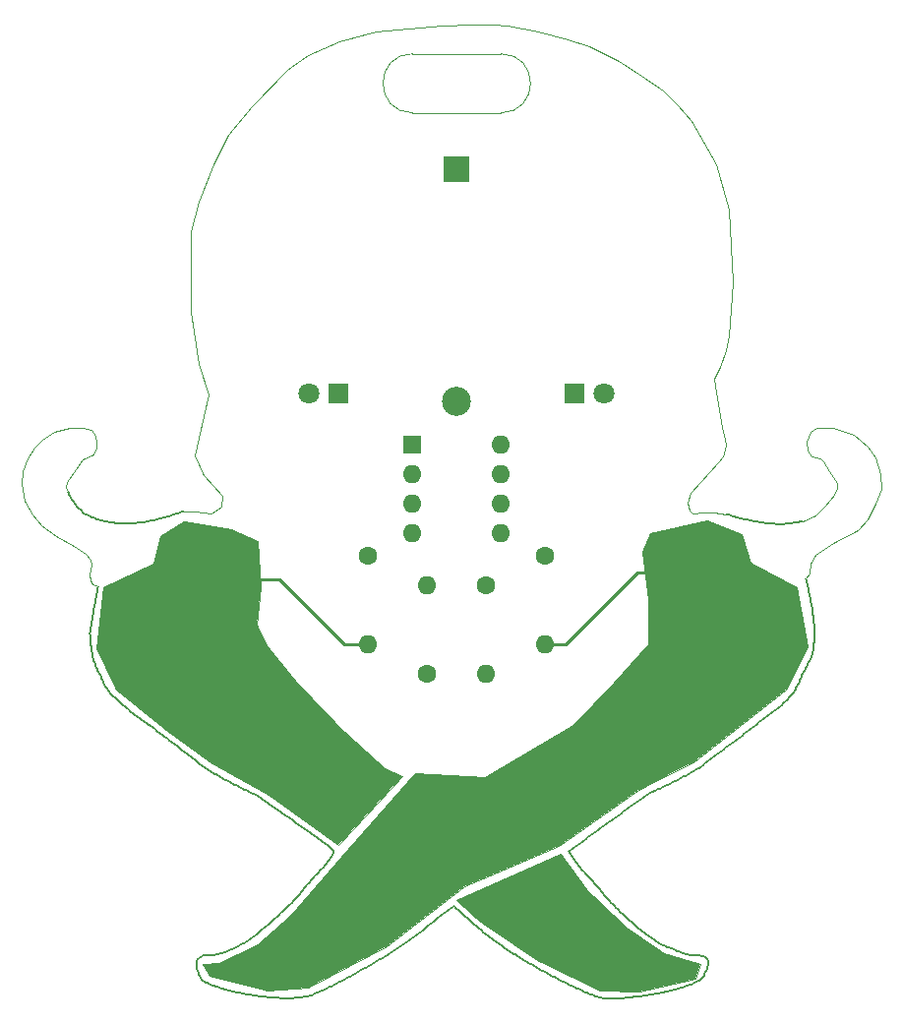
<source format=gbr>
G04 #@! TF.GenerationSoftware,KiCad,Pcbnew,(5.1.0-0)*
G04 #@! TF.CreationDate,2019-04-03T12:05:29-07:00*
G04 #@! TF.ProjectId,ZiaconBadge,5a696163-6f6e-4426-9164-67652e6b6963,rev?*
G04 #@! TF.SameCoordinates,Original*
G04 #@! TF.FileFunction,Copper,L1,Top*
G04 #@! TF.FilePolarity,Positive*
%FSLAX46Y46*%
G04 Gerber Fmt 4.6, Leading zero omitted, Abs format (unit mm)*
G04 Created by KiCad (PCBNEW (5.1.0-0)) date 2019-04-03 12:05:29*
%MOMM*%
%LPD*%
G04 APERTURE LIST*
%ADD10C,0.100000*%
%ADD11C,0.050000*%
%ADD12C,0.200000*%
%ADD13R,1.600000X1.600000*%
%ADD14O,1.600000X1.600000*%
%ADD15C,1.800000*%
%ADD16R,1.800000X1.800000*%
%ADD17C,1.600000*%
%ADD18R,2.170000X2.170000*%
%ADD19C,2.500000*%
%ADD20C,0.800000*%
%ADD21C,0.254000*%
G04 APERTURE END LIST*
D10*
G36*
X115392200Y-99949000D02*
G01*
X118719600Y-103149400D01*
X121996200Y-105384600D01*
X125120400Y-106273600D01*
X124663200Y-107569000D01*
X119888000Y-108686600D01*
X116484400Y-108534200D01*
X111048800Y-105918000D01*
X106095800Y-102539800D01*
X104114600Y-100787200D01*
X113106200Y-96799400D01*
X115392200Y-99949000D01*
G37*
X115392200Y-99949000D02*
X118719600Y-103149400D01*
X121996200Y-105384600D01*
X125120400Y-106273600D01*
X124663200Y-107569000D01*
X119888000Y-108686600D01*
X116484400Y-108534200D01*
X111048800Y-105918000D01*
X106095800Y-102539800D01*
X104114600Y-100787200D01*
X113106200Y-96799400D01*
X115392200Y-99949000D01*
G36*
X84759800Y-68859400D02*
G01*
X86995000Y-69875400D01*
X87223600Y-73863200D01*
X86944200Y-77089000D01*
X87782400Y-78867000D01*
X90297000Y-81965800D01*
X94234000Y-86029800D01*
X97967800Y-89433400D01*
X99466400Y-90144600D01*
X93980000Y-96037400D01*
X87960200Y-91694000D01*
X82905600Y-88950800D01*
X79248000Y-86258400D01*
X74803000Y-82651600D01*
X73152000Y-79095600D01*
X73736200Y-73863200D01*
X78003400Y-71856600D01*
X78613000Y-69418200D01*
X80695800Y-68199000D01*
X84759800Y-68859400D01*
G37*
X84759800Y-68859400D02*
X86995000Y-69875400D01*
X87223600Y-73863200D01*
X86944200Y-77089000D01*
X87782400Y-78867000D01*
X90297000Y-81965800D01*
X94234000Y-86029800D01*
X97967800Y-89433400D01*
X99466400Y-90144600D01*
X93980000Y-96037400D01*
X87960200Y-91694000D01*
X82905600Y-88950800D01*
X79248000Y-86258400D01*
X74803000Y-82651600D01*
X73152000Y-79095600D01*
X73736200Y-73863200D01*
X78003400Y-71856600D01*
X78613000Y-69418200D01*
X80695800Y-68199000D01*
X84759800Y-68859400D01*
G36*
X128676400Y-69265800D02*
G01*
X129413000Y-71729600D01*
X133375400Y-73888600D01*
X134340600Y-78968600D01*
X132435600Y-82651600D01*
X124561600Y-88874600D01*
X119761000Y-91313000D01*
X112928400Y-96113600D01*
X104800400Y-99568000D01*
X99949000Y-103327200D01*
X98094800Y-104775000D01*
X91287600Y-108280200D01*
X87833200Y-108534200D01*
X82854800Y-107340400D01*
X82245200Y-106248200D01*
X83743800Y-106197400D01*
X87020400Y-104571800D01*
X89814400Y-102158800D01*
X94818200Y-96418400D01*
X100558600Y-89890600D01*
X106527600Y-90220800D01*
X114147600Y-85699600D01*
X117678200Y-82092800D01*
X120650000Y-78765400D01*
X120599200Y-74955400D01*
X120091200Y-70840600D01*
X120827800Y-69240400D01*
X125679200Y-68072000D01*
X128676400Y-69265800D01*
G37*
X128676400Y-69265800D02*
X129413000Y-71729600D01*
X133375400Y-73888600D01*
X134340600Y-78968600D01*
X132435600Y-82651600D01*
X124561600Y-88874600D01*
X119761000Y-91313000D01*
X112928400Y-96113600D01*
X104800400Y-99568000D01*
X99949000Y-103327200D01*
X98094800Y-104775000D01*
X91287600Y-108280200D01*
X87833200Y-108534200D01*
X82854800Y-107340400D01*
X82245200Y-106248200D01*
X83743800Y-106197400D01*
X87020400Y-104571800D01*
X89814400Y-102158800D01*
X94818200Y-96418400D01*
X100558600Y-89890600D01*
X106527600Y-90220800D01*
X114147600Y-85699600D01*
X117678200Y-82092800D01*
X120650000Y-78765400D01*
X120599200Y-74955400D01*
X120091200Y-70840600D01*
X120827800Y-69240400D01*
X125679200Y-68072000D01*
X128676400Y-69265800D01*
D11*
X107950000Y-27940000D02*
G75*
G02X107950000Y-33020000I0J-2540000D01*
G01*
X100330000Y-33020000D02*
G75*
G02X100330000Y-27940000I0J2540000D01*
G01*
D10*
X107950000Y-33020000D02*
X100330000Y-33020000D01*
X100330000Y-27940000D02*
X107950000Y-27940000D01*
D11*
X134543800Y-72694800D02*
X134189473Y-73081477D01*
X134569200Y-71805800D02*
X134543800Y-72694800D01*
X135051800Y-71043800D02*
X134569200Y-71805800D01*
X136575800Y-70053200D02*
X135051800Y-71043800D01*
X138633200Y-68961000D02*
X136575800Y-70053200D01*
X139471400Y-68021200D02*
X138633200Y-68961000D01*
X140208000Y-66700400D02*
X139471400Y-68021200D01*
X140690600Y-65354200D02*
X140208000Y-66700400D01*
X140639800Y-64135000D02*
X140690600Y-65354200D01*
X140157200Y-62712600D02*
X140639800Y-64135000D01*
X139496800Y-61772800D02*
X140157200Y-62712600D01*
X138277600Y-60756800D02*
X139496800Y-61772800D01*
X136575800Y-60147200D02*
X138277600Y-60756800D01*
X135128000Y-60172600D02*
X136575800Y-60147200D01*
X134569200Y-60452000D02*
X135128000Y-60172600D01*
X134289800Y-61366400D02*
X134569200Y-60452000D01*
X134340600Y-62128400D02*
X134289800Y-61366400D01*
X134696200Y-62560200D02*
X134340600Y-62128400D01*
X135407400Y-62738000D02*
X134696200Y-62560200D01*
X135686800Y-63042800D02*
X135407400Y-62738000D01*
X136220200Y-63906400D02*
X135686800Y-63042800D01*
X136855200Y-64922400D02*
X136220200Y-63906400D01*
X136880600Y-65328800D02*
X136855200Y-64922400D01*
X136652000Y-65862200D02*
X136880600Y-65328800D01*
X135890000Y-66852800D02*
X136652000Y-65862200D01*
X135026400Y-67716400D02*
X135890000Y-66852800D01*
X133872004Y-68179092D02*
X135026400Y-67716400D01*
X126263400Y-67386200D02*
X127304800Y-67564000D01*
X125247400Y-67437000D02*
X126263400Y-67386200D01*
X124434600Y-67513200D02*
X125247400Y-67437000D01*
X124155200Y-67233800D02*
X124434600Y-67513200D01*
X123977400Y-66598800D02*
X124155200Y-67233800D01*
X124231400Y-65735200D02*
X123977400Y-66598800D01*
X125095000Y-64820800D02*
X124231400Y-65735200D01*
X126644400Y-63144400D02*
X125095000Y-64820800D01*
X127050800Y-62611000D02*
X126644400Y-63144400D01*
X127228600Y-61061600D02*
X127279400Y-61671200D01*
X126949200Y-60121800D02*
X127228600Y-61061600D01*
X126314200Y-55905400D02*
X126365000Y-56515000D01*
X126796800Y-54864000D02*
X126314200Y-55905400D01*
X127279400Y-53467000D02*
X126796800Y-54864000D01*
X127584200Y-52146200D02*
X127279400Y-53467000D01*
X70535800Y-65201800D02*
X70612000Y-64795400D01*
X72771000Y-73609200D02*
X73253600Y-73787000D01*
X72593200Y-73304400D02*
X72771000Y-73609200D01*
X72542400Y-72745600D02*
X72593200Y-73304400D01*
X72720200Y-71907400D02*
X72542400Y-72745600D01*
X72618600Y-71475600D02*
X72720200Y-71907400D01*
X72212200Y-71018400D02*
X72618600Y-71475600D01*
X71170800Y-70307200D02*
X72212200Y-71018400D01*
X69621400Y-69469000D02*
X71170800Y-70307200D01*
X68376800Y-68529200D02*
X69621400Y-69469000D01*
X67614800Y-67564000D02*
X68376800Y-68529200D01*
X66954400Y-66395600D02*
X67614800Y-67564000D01*
X66700400Y-64998600D02*
X66954400Y-66395600D01*
X66776600Y-63906400D02*
X66700400Y-64998600D01*
X67183000Y-62763400D02*
X66776600Y-63906400D01*
X67792600Y-61823600D02*
X67183000Y-62763400D01*
X68478400Y-61188600D02*
X67792600Y-61823600D01*
X69469000Y-60502800D02*
X68478400Y-61188600D01*
X70866000Y-60121800D02*
X69469000Y-60502800D01*
X71932800Y-60121800D02*
X70866000Y-60121800D01*
X72720200Y-60350400D02*
X71932800Y-60121800D01*
X73075800Y-60858400D02*
X72720200Y-60350400D01*
X73152000Y-61442600D02*
X73075800Y-60858400D01*
X73152000Y-61823600D02*
X73152000Y-61442600D01*
X72847200Y-62433200D02*
X73152000Y-61823600D01*
X71932800Y-62890400D02*
X72847200Y-62433200D01*
X70612000Y-64795400D02*
X71932800Y-62890400D01*
X70637400Y-65633600D02*
X70535800Y-65201800D01*
X81686400Y-67335400D02*
X80645000Y-67310000D01*
X83032600Y-67538600D02*
X81686400Y-67335400D01*
X83845400Y-66954400D02*
X83032600Y-67538600D01*
X83997800Y-65989200D02*
X83845400Y-66954400D01*
X82321400Y-64236600D02*
X83997800Y-65989200D01*
X89916000Y-29083000D02*
X89585800Y-29362400D01*
X91363800Y-28092400D02*
X89916000Y-29083000D01*
X81559400Y-62534800D02*
X82321400Y-64236600D01*
X81915000Y-60960000D02*
X81559400Y-62534800D01*
X82804000Y-57226200D02*
X81915000Y-60960000D01*
X81915000Y-54610000D02*
X82804000Y-57226200D01*
X81280000Y-50165000D02*
X81915000Y-54610000D01*
X81280000Y-48260000D02*
X81280000Y-50165000D01*
X81280000Y-44450000D02*
X81280000Y-48260000D01*
X81280000Y-43180000D02*
X81280000Y-44450000D01*
X81915000Y-40640000D02*
X81280000Y-43180000D01*
X83185000Y-37465000D02*
X81915000Y-40640000D01*
X84455000Y-34925000D02*
X83185000Y-37465000D01*
X86461600Y-32461200D02*
X84455000Y-34925000D01*
X89585800Y-29362400D02*
X86461600Y-32461200D01*
X94005400Y-26873200D02*
X91363800Y-28092400D01*
X97155000Y-26035000D02*
X94005400Y-26873200D01*
X102844600Y-25552400D02*
X97155000Y-26035000D01*
X103479600Y-25501600D02*
X102844600Y-25552400D01*
X104775000Y-25400000D02*
X103479600Y-25501600D01*
X106045000Y-25400000D02*
X104775000Y-25400000D01*
X107315000Y-25400000D02*
X106045000Y-25400000D01*
X108534200Y-25552400D02*
X107315000Y-25400000D01*
X111125000Y-26035000D02*
X108534200Y-25552400D01*
X113665000Y-26670000D02*
X111125000Y-26035000D01*
X115570000Y-27305000D02*
X113665000Y-26670000D01*
X118110000Y-28575000D02*
X115570000Y-27305000D01*
X120015000Y-29845000D02*
X118110000Y-28575000D01*
X121920000Y-31115000D02*
X120015000Y-29845000D01*
X123190000Y-32385000D02*
X121920000Y-31115000D01*
X124307600Y-33731200D02*
X123190000Y-32385000D01*
X126441200Y-37414200D02*
X124307600Y-33731200D01*
X127533400Y-41325800D02*
X126441200Y-37414200D01*
X127939800Y-47599600D02*
X127533400Y-41325800D01*
X127584200Y-52146200D02*
X127939800Y-47599600D01*
X126949200Y-60121800D02*
X126365000Y-56515000D01*
X127050800Y-62611000D02*
X127279400Y-61671200D01*
D12*
X77698600Y-85725000D02*
X77811321Y-85813537D01*
X77811321Y-85813537D02*
X77927008Y-85904076D01*
X77927008Y-85904076D02*
X78043397Y-85994837D01*
X78043397Y-85994837D02*
X78162667Y-86087519D01*
X78162667Y-86087519D02*
X78282636Y-86180430D01*
X78282636Y-86180430D02*
X78401245Y-86271996D01*
X78401245Y-86271996D02*
X78522788Y-86365548D01*
X78522788Y-86365548D02*
X78639002Y-86454760D01*
X78639002Y-86454760D02*
X78758326Y-86546140D01*
X78758326Y-86546140D02*
X78884856Y-86642833D01*
X78884856Y-86642833D02*
X78998367Y-86729426D01*
X78998367Y-86729426D02*
X79127355Y-86827693D01*
X79127355Y-86827693D02*
X79263737Y-86931488D01*
X79263737Y-86931488D02*
X79407628Y-87040942D01*
X79407628Y-87040942D02*
X79527312Y-87131985D01*
X79527312Y-87131985D02*
X79654934Y-87229120D01*
X79654934Y-87229120D02*
X79782691Y-87326458D01*
X79782691Y-87326458D02*
X79910765Y-87424184D01*
X79910765Y-87424184D02*
X80039333Y-87522484D01*
X80039333Y-87522484D02*
X80164530Y-87618435D01*
X80164530Y-87618435D02*
X80278294Y-87705856D01*
X80278294Y-87705856D02*
X80396941Y-87797290D01*
X80396941Y-87797290D02*
X80516554Y-87889769D01*
X80516554Y-87889769D02*
X80633088Y-87980181D01*
X80633088Y-87980181D02*
X80750768Y-88071820D01*
X80750768Y-88071820D02*
X80869721Y-88164813D01*
X80869721Y-88164813D02*
X80983578Y-88254178D01*
X80983578Y-88254178D02*
X81096600Y-88343248D01*
X81096600Y-88343248D02*
X81208802Y-88432037D01*
X81208802Y-88432037D02*
X81324684Y-88524124D01*
X81324684Y-88524124D02*
X81439881Y-88616067D01*
X81439881Y-88616067D02*
X81552082Y-88706002D01*
X81552082Y-88706002D02*
X81663524Y-88795711D01*
X81663524Y-88795711D02*
X81776556Y-88887086D01*
X81776556Y-88887086D02*
X81891255Y-88980206D01*
X81891255Y-88980206D02*
X82007696Y-89075150D01*
X82007696Y-89075150D02*
X82042000Y-89103200D01*
X74472800Y-83159600D02*
X74585296Y-83254057D01*
X74585296Y-83254057D02*
X74694334Y-83347123D01*
X74694334Y-83347123D02*
X74803659Y-83442189D01*
X74803659Y-83442189D02*
X74911883Y-83538293D01*
X74911883Y-83538293D02*
X75017087Y-83633822D01*
X75017087Y-83633822D02*
X75121994Y-83731140D01*
X75121994Y-83731140D02*
X75227239Y-83830341D01*
X75227239Y-83830341D02*
X75330933Y-83928405D01*
X75330933Y-83928405D02*
X75436323Y-84026647D01*
X75436323Y-84026647D02*
X75544422Y-84124401D01*
X75544422Y-84124401D02*
X75652847Y-84218816D01*
X75652847Y-84218816D02*
X75762435Y-84310779D01*
X75762435Y-84310779D02*
X75873366Y-84400903D01*
X75873366Y-84400903D02*
X75985784Y-84489789D01*
X75985784Y-84489789D02*
X76099916Y-84578033D01*
X76099916Y-84578033D02*
X76218228Y-84667827D01*
X76218228Y-84667827D02*
X76336536Y-84756241D01*
X76336536Y-84756241D02*
X76452652Y-84841928D01*
X76452652Y-84841928D02*
X76568886Y-84926810D01*
X76568886Y-84926810D02*
X76691229Y-85015348D01*
X76691229Y-85015348D02*
X76810367Y-85100898D01*
X76810367Y-85100898D02*
X76931487Y-85187289D01*
X76931487Y-85187289D02*
X77049494Y-85270978D01*
X77049494Y-85270978D02*
X77167680Y-85354372D01*
X77167680Y-85354372D02*
X77288595Y-85439311D01*
X77288595Y-85439311D02*
X77408563Y-85523248D01*
X77408563Y-85523248D02*
X77530403Y-85608189D01*
X77530403Y-85608189D02*
X77650119Y-85691380D01*
X77650119Y-85691380D02*
X77698600Y-85725000D01*
X70637400Y-65633600D02*
X70710685Y-65762351D01*
X70710685Y-65762351D02*
X70786210Y-65893062D01*
X70786210Y-65893062D02*
X70862690Y-66022944D01*
X70862690Y-66022944D02*
X70945202Y-66159728D01*
X70945202Y-66159728D02*
X71023306Y-66285486D01*
X71023306Y-66285486D02*
X71102295Y-66408470D01*
X71102295Y-66408470D02*
X71183653Y-66530230D01*
X71183653Y-66530230D02*
X71267707Y-66650319D01*
X71267707Y-66650319D02*
X71356074Y-66769892D01*
X71356074Y-66769892D02*
X71444433Y-66882306D01*
X71444433Y-66882306D02*
X71536339Y-66991499D01*
X71536339Y-66991499D02*
X71632423Y-67097260D01*
X71632423Y-67097260D02*
X71732118Y-67198163D01*
X71732118Y-67198163D02*
X71836447Y-67294593D01*
X71836447Y-67294593D02*
X71947577Y-67387718D01*
X71947577Y-67387718D02*
X72062542Y-67474565D01*
X72062542Y-67474565D02*
X72182668Y-67556092D01*
X72182668Y-67556092D02*
X72307422Y-67631980D01*
X72307422Y-67631980D02*
X72438111Y-67703142D01*
X72438111Y-67703142D02*
X72573986Y-67769366D01*
X72573986Y-67769366D02*
X72713995Y-67830558D01*
X72713995Y-67830558D02*
X72859677Y-67887812D01*
X72859677Y-67887812D02*
X73009729Y-67941030D01*
X73009729Y-67941030D02*
X73161391Y-67989840D01*
X73161391Y-67989840D02*
X73318715Y-68036045D01*
X73318715Y-68036045D02*
X73478192Y-68079028D01*
X73478192Y-68079028D02*
X73639354Y-68119169D01*
X73639354Y-68119169D02*
X73804320Y-68157381D01*
X73804320Y-68157381D02*
X73903200Y-68179092D01*
X73903200Y-68179092D02*
X74070502Y-68213366D01*
X74070502Y-68213366D02*
X74242379Y-68244892D01*
X74242379Y-68244892D02*
X74415400Y-68272818D01*
X74415400Y-68272818D02*
X74594197Y-68297647D01*
X74594197Y-68297647D02*
X74773979Y-68318494D01*
X74773979Y-68318494D02*
X74960158Y-68335773D01*
X74960158Y-68335773D02*
X75153159Y-68349119D01*
X75153159Y-68349119D02*
X75344514Y-68357847D01*
X75344514Y-68357847D02*
X75543242Y-68362279D01*
X75543242Y-68362279D02*
X75747664Y-68362052D01*
X75747664Y-68362052D02*
X75948626Y-68357246D01*
X75948626Y-68357246D02*
X76142108Y-68348471D01*
X76142108Y-68348471D02*
X76330604Y-68336151D01*
X76330604Y-68336151D02*
X76515282Y-68320600D01*
X76515282Y-68320600D02*
X76697407Y-68302018D01*
X76697407Y-68302018D02*
X76876737Y-68280683D01*
X76876737Y-68280683D02*
X77053022Y-68256887D01*
X77053022Y-68256887D02*
X77227677Y-68230658D01*
X77227677Y-68230658D02*
X77403939Y-68201608D01*
X77403939Y-68201608D02*
X77574841Y-68171069D01*
X77574841Y-68171069D02*
X77745317Y-68138360D01*
X77745317Y-68138360D02*
X77915256Y-68103608D01*
X77915256Y-68103608D02*
X78082709Y-68067352D01*
X78082709Y-68067352D02*
X78247461Y-68029802D01*
X78247461Y-68029802D02*
X78411191Y-67990704D01*
X78411191Y-67990704D02*
X78573771Y-67950190D01*
X78573771Y-67950190D02*
X78735070Y-67908392D01*
X78735070Y-67908392D02*
X78892963Y-67865983D01*
X78892963Y-67865983D02*
X79051265Y-67822036D01*
X79051265Y-67822036D02*
X79207872Y-67777198D01*
X79207872Y-67777198D02*
X79362648Y-67731602D01*
X79362648Y-67731602D02*
X79521774Y-67683440D01*
X79521774Y-67683440D02*
X79674682Y-67635969D01*
X79674682Y-67635969D02*
X79831891Y-67585994D01*
X79831891Y-67585994D02*
X79989127Y-67534863D01*
X79989127Y-67534863D02*
X80139643Y-67484873D01*
X80139643Y-67484873D02*
X80289886Y-67433990D01*
X80289886Y-67433990D02*
X80446657Y-67379884D01*
X80446657Y-67379884D02*
X80603212Y-67324851D01*
X80603212Y-67324851D02*
X80645000Y-67310000D01*
X116535200Y-109194600D02*
X116717192Y-109217948D01*
X116717192Y-109217948D02*
X116908544Y-109234632D01*
X116908544Y-109234632D02*
X117098426Y-109245110D01*
X117098426Y-109245110D02*
X117294678Y-109250873D01*
X117294678Y-109250873D02*
X117493462Y-109252382D01*
X117493462Y-109252382D02*
X117693031Y-109250182D01*
X117693031Y-109250182D02*
X117890636Y-109244830D01*
X117890636Y-109244830D02*
X118084790Y-109236847D01*
X118084790Y-109236847D02*
X118279243Y-109226420D01*
X118279243Y-109226420D02*
X118468038Y-109214173D01*
X118468038Y-109214173D02*
X118655409Y-109200104D01*
X118655409Y-109200104D02*
X118840738Y-109184438D01*
X118840738Y-109184438D02*
X119028870Y-109166860D01*
X119028870Y-109166860D02*
X119214022Y-109147992D01*
X119214022Y-109147992D02*
X119431712Y-109123910D01*
X119431712Y-109123910D02*
X119623793Y-109101024D01*
X119623793Y-109101024D02*
X119823014Y-109075719D01*
X119823014Y-109075719D02*
X120003693Y-109051420D01*
X120003693Y-109051420D02*
X120182334Y-109026159D01*
X120182334Y-109026159D02*
X120358678Y-109000026D01*
X120358678Y-109000026D02*
X120538197Y-108972217D01*
X120538197Y-108972217D02*
X120717823Y-108943170D01*
X120717823Y-108943170D02*
X120894489Y-108913411D01*
X120894489Y-108913411D02*
X121070827Y-108882516D01*
X121070827Y-108882516D02*
X121240968Y-108851569D01*
X121240968Y-108851569D02*
X121410412Y-108819614D01*
X121410412Y-108819614D02*
X121578963Y-108786687D01*
X121578963Y-108786687D02*
X121746431Y-108752809D01*
X121746431Y-108752809D02*
X121929161Y-108714480D01*
X121929161Y-108714480D02*
X122108726Y-108675376D01*
X122108726Y-108675376D02*
X122283571Y-108635873D01*
X122283571Y-108635873D02*
X122454879Y-108595728D01*
X122454879Y-108595728D02*
X122629018Y-108553376D01*
X122629018Y-108553376D02*
X122790040Y-108512745D01*
X122790040Y-108512745D02*
X122949630Y-108470988D01*
X122949630Y-108470988D02*
X123107499Y-108428118D01*
X123107499Y-108428118D02*
X123264561Y-108383801D01*
X123264561Y-108383801D02*
X123419237Y-108338391D01*
X123419237Y-108338391D02*
X123573506Y-108291184D01*
X123573506Y-108291184D02*
X123727941Y-108241803D01*
X123727941Y-108241803D02*
X123881849Y-108190222D01*
X123881849Y-108190222D02*
X124034464Y-108136426D01*
X124034464Y-108136426D02*
X124180982Y-108081926D01*
X124180982Y-108081926D02*
X124324859Y-108025225D01*
X124324859Y-108025225D02*
X124468756Y-107964766D01*
X124468756Y-107964766D02*
X124607637Y-107902083D01*
X124607637Y-107902083D02*
X124743476Y-107835604D01*
X124743476Y-107835604D02*
X124877070Y-107763706D01*
X124877070Y-107763706D02*
X125002088Y-107688385D01*
X125002088Y-107688385D02*
X125121613Y-107605604D01*
X125121613Y-107605604D02*
X125234988Y-107510858D01*
X125234988Y-107510858D02*
X125331249Y-107404979D01*
X125331249Y-107404979D02*
X125403343Y-107275779D01*
X125403343Y-107275779D02*
X125409191Y-107258085D01*
X108178600Y-104825800D02*
X108294837Y-104910723D01*
X108294837Y-104910723D02*
X108414065Y-104994978D01*
X108414065Y-104994978D02*
X108533121Y-105076958D01*
X108533121Y-105076958D02*
X108656498Y-105160133D01*
X108656498Y-105160133D02*
X108777679Y-105240384D01*
X108777679Y-105240384D02*
X108900430Y-105320443D01*
X108900430Y-105320443D02*
X109026334Y-105401452D01*
X109026334Y-105401452D02*
X109150514Y-105480387D01*
X109150514Y-105480387D02*
X109275599Y-105559027D01*
X109275599Y-105559027D02*
X109399201Y-105635963D01*
X109399201Y-105635963D02*
X109524469Y-105713219D01*
X109524469Y-105713219D02*
X109649154Y-105789449D01*
X109649154Y-105789449D02*
X109774822Y-105865656D01*
X109774822Y-105865656D02*
X109903228Y-105942913D01*
X109903228Y-105942913D02*
X110034241Y-106021137D01*
X110034241Y-106021137D02*
X110167725Y-106100246D01*
X110167725Y-106100246D02*
X110297128Y-106176390D01*
X110297128Y-106176390D02*
X110424197Y-106250656D01*
X110424197Y-106250656D02*
X110555235Y-106326738D01*
X110555235Y-106326738D02*
X110685766Y-106402031D01*
X110685766Y-106402031D02*
X110813354Y-106475164D01*
X110813354Y-106475164D02*
X110949121Y-106552489D01*
X110949121Y-106552489D02*
X111077097Y-106624918D01*
X111077097Y-106624918D02*
X111206197Y-106697541D01*
X111206197Y-106697541D02*
X111336330Y-106770298D01*
X111336330Y-106770298D02*
X111467407Y-106843137D01*
X111467407Y-106843137D02*
X111599337Y-106915996D01*
X111599337Y-106915996D02*
X111732028Y-106988818D01*
X111732028Y-106988818D02*
X111865391Y-107061552D01*
X111865391Y-107061552D02*
X111999337Y-107134136D01*
X111999337Y-107134136D02*
X112133774Y-107206513D01*
X112133774Y-107206513D02*
X112266197Y-107277342D01*
X112266197Y-107277342D02*
X112413420Y-107355538D01*
X112413420Y-107355538D02*
X112548800Y-107426929D01*
X112548800Y-107426929D02*
X112684305Y-107497884D01*
X112684305Y-107497884D02*
X112819842Y-107568344D01*
X112819842Y-107568344D02*
X112955320Y-107638252D01*
X112955320Y-107638252D02*
X113090652Y-107707552D01*
X113090652Y-107707552D02*
X113235384Y-107781066D01*
X113235384Y-107781066D02*
X113370123Y-107848928D01*
X113370123Y-107848928D02*
X113504436Y-107916007D01*
X113504436Y-107916007D02*
X113638234Y-107982248D01*
X113638234Y-107982248D02*
X113778542Y-108051066D01*
X113778542Y-108051066D02*
X113913358Y-108116545D01*
X113913358Y-108116545D02*
X114054377Y-108184334D01*
X114054377Y-108184334D02*
X114192051Y-108249792D01*
X114192051Y-108249792D02*
X114330937Y-108315065D01*
X114330937Y-108315065D02*
X114470864Y-108380021D01*
X114470864Y-108380021D02*
X114616165Y-108446564D01*
X114616165Y-108446564D02*
X114766477Y-108514374D01*
X114766477Y-108514374D02*
X114908201Y-108577292D01*
X114908201Y-108577292D02*
X115058810Y-108642994D01*
X115058810Y-108642994D02*
X115204846Y-108705476D01*
X115204846Y-108705476D02*
X115346263Y-108764740D01*
X115346263Y-108764740D02*
X115489169Y-108823285D01*
X115489169Y-108823285D02*
X115633150Y-108880781D01*
X115633150Y-108880781D02*
X115779703Y-108937616D01*
X115779703Y-108937616D02*
X115926272Y-108992569D01*
X115926272Y-108992569D02*
X116075993Y-109046518D01*
X116075993Y-109046518D02*
X116227874Y-109098684D01*
X116227874Y-109098684D02*
X116380816Y-109148205D01*
X116380816Y-109148205D02*
X116535200Y-109194600D01*
X103936800Y-101320600D02*
X104043512Y-101422415D01*
X104043512Y-101422415D02*
X104146690Y-101520526D01*
X104146690Y-101520526D02*
X104254867Y-101622862D01*
X104254867Y-101622862D02*
X104360338Y-101722046D01*
X104360338Y-101722046D02*
X104466880Y-101821612D01*
X104466880Y-101821612D02*
X104574253Y-101921297D01*
X104574253Y-101921297D02*
X104679349Y-102018223D01*
X104679349Y-102018223D02*
X104786065Y-102115978D01*
X104786065Y-102115978D02*
X104895603Y-102215619D01*
X104895603Y-102215619D02*
X105001778Y-102311516D01*
X105001778Y-102311516D02*
X105109610Y-102408219D01*
X105109610Y-102408219D02*
X105216732Y-102503583D01*
X105216732Y-102503583D02*
X105326878Y-102600910D01*
X105326878Y-102600910D02*
X105433452Y-102694369D01*
X105433452Y-102694369D02*
X105542511Y-102789272D01*
X105542511Y-102789272D02*
X105653947Y-102885473D01*
X105653947Y-102885473D02*
X105765366Y-102980869D01*
X105765366Y-102980869D02*
X105874205Y-103073283D01*
X105874205Y-103073283D02*
X105987257Y-103168455D01*
X105987257Y-103168455D02*
X106097317Y-103260296D01*
X106097317Y-103260296D02*
X106208976Y-103352640D01*
X106208976Y-103352640D02*
X106322156Y-103445377D01*
X106322156Y-103445377D02*
X106436777Y-103538387D01*
X106436777Y-103538387D02*
X106547690Y-103627507D01*
X106547690Y-103627507D02*
X106664902Y-103720727D01*
X106664902Y-103720727D02*
X106778147Y-103809842D01*
X106778147Y-103809842D02*
X106897644Y-103902837D01*
X106897644Y-103902837D02*
X107011614Y-103990519D01*
X107011614Y-103990519D02*
X107129108Y-104079853D01*
X107129108Y-104079853D02*
X107246108Y-104167721D01*
X107246108Y-104167721D02*
X107363861Y-104255033D01*
X107363861Y-104255033D02*
X107487698Y-104345607D01*
X107487698Y-104345607D02*
X107610845Y-104434375D01*
X107610845Y-104434375D02*
X107731842Y-104520297D01*
X107731842Y-104520297D02*
X107852635Y-104604757D01*
X107852635Y-104604757D02*
X107973832Y-104688135D01*
X107973832Y-104688135D02*
X108093301Y-104768954D01*
X108093301Y-104768954D02*
X108178600Y-104825800D01*
X134129194Y-80891188D02*
X134056752Y-81019539D01*
X134056752Y-81019539D02*
X133985365Y-81150572D01*
X133985365Y-81150572D02*
X133916530Y-81282656D01*
X133916530Y-81282656D02*
X133850148Y-81417493D01*
X133850148Y-81417493D02*
X133787250Y-81555127D01*
X133787250Y-81555127D02*
X133728463Y-81696574D01*
X133728463Y-81696574D02*
X133673358Y-81843846D01*
X133673358Y-81843846D02*
X133620566Y-81992973D01*
X133620566Y-81992973D02*
X133565207Y-82138125D01*
X133565207Y-82138125D02*
X133503520Y-82276459D01*
X133503520Y-82276459D02*
X133434976Y-82409671D01*
X133434976Y-82409671D02*
X133361392Y-82538561D01*
X133361392Y-82538561D02*
X133285083Y-82662917D01*
X133285083Y-82662917D02*
X133206447Y-82784684D01*
X133206447Y-82784684D02*
X133124689Y-82906570D01*
X133124689Y-82906570D02*
X133042315Y-83025874D01*
X133042315Y-83025874D02*
X133019800Y-83058000D01*
X134916839Y-77764259D02*
X134912989Y-77961058D01*
X134912989Y-77961058D02*
X134908308Y-78157500D01*
X134908308Y-78157500D02*
X134902359Y-78351722D01*
X134902359Y-78351722D02*
X134894478Y-78544026D01*
X134894478Y-78544026D02*
X134883779Y-78734090D01*
X134883779Y-78734090D02*
X134869133Y-78920984D01*
X134869133Y-78920984D02*
X134849164Y-79103738D01*
X134849164Y-79103738D02*
X134822304Y-79281840D01*
X134822304Y-79281840D02*
X134787581Y-79452798D01*
X134787581Y-79452798D02*
X134745630Y-79612360D01*
X134745630Y-79612360D02*
X134695213Y-79767291D01*
X134695213Y-79767291D02*
X134639320Y-79912530D01*
X134639320Y-79912530D02*
X134577597Y-80053976D01*
X134577597Y-80053976D02*
X134512014Y-80191064D01*
X134512014Y-80191064D02*
X134443829Y-80324622D01*
X134443829Y-80324622D02*
X134372804Y-80457593D01*
X134372804Y-80457593D02*
X134301627Y-80586827D01*
X134301627Y-80586827D02*
X134228923Y-80716209D01*
X134228923Y-80716209D02*
X134155501Y-80845215D01*
X134155501Y-80845215D02*
X134129194Y-80891188D01*
X72567800Y-77851000D02*
X72583071Y-78042132D01*
X72583071Y-78042132D02*
X72598055Y-78246163D01*
X72598055Y-78246163D02*
X72612260Y-78437185D01*
X72612260Y-78437185D02*
X72627454Y-78624060D01*
X72627454Y-78624060D02*
X72644709Y-78809232D01*
X72644709Y-78809232D02*
X72664714Y-78992408D01*
X72664714Y-78992408D02*
X72687780Y-79171768D01*
X72687780Y-79171768D02*
X72714664Y-79350032D01*
X72714664Y-79350032D02*
X72744831Y-79522247D01*
X72744831Y-79522247D02*
X72778785Y-79691169D01*
X72778785Y-79691169D02*
X72817296Y-79859776D01*
X72817296Y-79859776D02*
X72858769Y-80021296D01*
X72858769Y-80021296D02*
X72903682Y-80178658D01*
X72903682Y-80178658D02*
X72951753Y-80331589D01*
X72951753Y-80331589D02*
X73003878Y-80483290D01*
X73003878Y-80483290D02*
X73058650Y-80630116D01*
X73058650Y-80630116D02*
X73117113Y-80775371D01*
X73117113Y-80775371D02*
X73177533Y-80915324D01*
X73177533Y-80915324D02*
X73228200Y-81026000D01*
X73228200Y-81026000D02*
X73308008Y-81147255D01*
X73308008Y-81147255D02*
X73380093Y-81277140D01*
X73380093Y-81277140D02*
X73444546Y-81413047D01*
X73444546Y-81413047D02*
X73505489Y-81556027D01*
X73505489Y-81556027D02*
X73564688Y-81699302D01*
X73564688Y-81699302D02*
X73625190Y-81840631D01*
X73625190Y-81840631D02*
X73688321Y-81977849D01*
X73688321Y-81977849D02*
X73755860Y-82112774D01*
X73755860Y-82112774D02*
X73827280Y-82244057D01*
X73827280Y-82244057D02*
X73901541Y-82370572D01*
X73901541Y-82370572D02*
X73978831Y-82493700D01*
X73978831Y-82493700D02*
X74058965Y-82614037D01*
X74058965Y-82614037D02*
X74142606Y-82733248D01*
X74142606Y-82733248D02*
X74229327Y-82851236D01*
X74229327Y-82851236D02*
X74317529Y-82966404D01*
X74317529Y-82966404D02*
X74408011Y-83080309D01*
X74408011Y-83080309D02*
X74472800Y-83159600D01*
X73253600Y-73787000D02*
X73224769Y-73960681D01*
X73224769Y-73960681D02*
X73194881Y-74133795D01*
X73194881Y-74133795D02*
X73164328Y-74306781D01*
X73164328Y-74306781D02*
X73132892Y-74482449D01*
X73132892Y-74482449D02*
X73098058Y-74675759D01*
X73098058Y-74675759D02*
X73062440Y-74873003D01*
X73062440Y-74873003D02*
X73031870Y-75042550D01*
X73031870Y-75042550D02*
X72998847Y-75226447D01*
X72998847Y-75226447D02*
X72967675Y-75401091D01*
X72967675Y-75401091D02*
X72936477Y-75577192D01*
X72936477Y-75577192D02*
X72906142Y-75749938D01*
X72906142Y-75749938D02*
X72875316Y-75927263D01*
X72875316Y-75927263D02*
X72844845Y-76104524D01*
X72844845Y-76104524D02*
X72815608Y-76276703D01*
X72815608Y-76276703D02*
X72786147Y-76452438D01*
X72786147Y-76452438D02*
X72755754Y-76636376D01*
X72755754Y-76636376D02*
X72727614Y-76809272D01*
X72727614Y-76809272D02*
X72698666Y-76989973D01*
X72698666Y-76989973D02*
X72670536Y-77168608D01*
X72670536Y-77168608D02*
X72642493Y-77349920D01*
X72642493Y-77349920D02*
X72615944Y-77524811D01*
X72615944Y-77524811D02*
X72589475Y-77702596D01*
X72589475Y-77702596D02*
X72567800Y-77851000D01*
X87096600Y-91871800D02*
X87219921Y-91961484D01*
X87219921Y-91961484D02*
X87339074Y-92047746D01*
X87339074Y-92047746D02*
X87458012Y-92133483D01*
X87458012Y-92133483D02*
X87576714Y-92218696D01*
X87576714Y-92218696D02*
X87695149Y-92303383D01*
X87695149Y-92303383D02*
X87813298Y-92387546D01*
X87813298Y-92387546D02*
X87931131Y-92471181D01*
X87931131Y-92471181D02*
X88048626Y-92554290D01*
X88048626Y-92554290D02*
X88173552Y-92642360D01*
X88173552Y-92642360D02*
X88298034Y-92729828D01*
X88298034Y-92729828D02*
X88425911Y-92819401D01*
X88425911Y-92819401D02*
X88549400Y-92905648D01*
X88549400Y-92905648D02*
X88672352Y-92991294D01*
X88672352Y-92991294D02*
X88794737Y-93076336D01*
X88794737Y-93076336D02*
X88916528Y-93160776D01*
X88916528Y-93160776D02*
X89037693Y-93244613D01*
X89037693Y-93244613D02*
X89161954Y-93330434D01*
X89161954Y-93330434D02*
X89292949Y-93420755D01*
X89292949Y-93420755D02*
X89411961Y-93502701D01*
X89411961Y-93502701D02*
X89552312Y-93599226D01*
X89552312Y-93599226D02*
X89676947Y-93684860D01*
X89676947Y-93684860D02*
X89804282Y-93772301D01*
X89804282Y-93772301D02*
X89944979Y-93868882D01*
X89944979Y-93868882D02*
X90102106Y-93976749D01*
X90102106Y-93976749D02*
X90222327Y-94059312D01*
X90222327Y-94059312D02*
X90348434Y-94145985D01*
X90348434Y-94145985D02*
X90473283Y-94231884D01*
X90473283Y-94231884D02*
X90596825Y-94317009D01*
X90596825Y-94317009D02*
X90719021Y-94401358D01*
X90719021Y-94401358D02*
X90839827Y-94484931D01*
X90839827Y-94484931D02*
X90959198Y-94567731D01*
X90959198Y-94567731D02*
X91086846Y-94656549D01*
X91086846Y-94656549D02*
X91206301Y-94739970D01*
X91206301Y-94739970D02*
X91333577Y-94829229D01*
X91333577Y-94829229D02*
X91458858Y-94917524D01*
X91458858Y-94917524D02*
X91579030Y-95002685D01*
X91579030Y-95002685D02*
X91700200Y-95089077D01*
X91700200Y-95089077D02*
X91819199Y-95174501D01*
X91819199Y-95174501D02*
X91935969Y-95258958D01*
X91935969Y-95258958D02*
X92056114Y-95346596D01*
X92056114Y-95346596D02*
X92173670Y-95433165D01*
X92173670Y-95433165D02*
X92288566Y-95518663D01*
X92288566Y-95518663D02*
X92404690Y-95606085D01*
X92404690Y-95606085D02*
X92520377Y-95694326D01*
X92520377Y-95694326D02*
X92635330Y-95783300D01*
X92635330Y-95783300D02*
X92749238Y-95872927D01*
X92749238Y-95872927D02*
X92864100Y-95965000D01*
X92864100Y-95965000D02*
X92977068Y-96057489D01*
X92977068Y-96057489D02*
X93087767Y-96150301D01*
X93087767Y-96150301D02*
X93195798Y-96243339D01*
X93195798Y-96243339D02*
X93302697Y-96338264D01*
X93302697Y-96338264D02*
X93409538Y-96436600D01*
X93409538Y-96436600D02*
X93511721Y-96534656D01*
X93511721Y-96534656D02*
X93548200Y-96570800D01*
X82042000Y-89103200D02*
X82166331Y-89189296D01*
X82166331Y-89189296D02*
X82288991Y-89272869D01*
X82288991Y-89272869D02*
X82412106Y-89355398D01*
X82412106Y-89355398D02*
X82532831Y-89435024D01*
X82532831Y-89435024D02*
X82659319Y-89517097D01*
X82659319Y-89517097D02*
X82781685Y-89595207D01*
X82781685Y-89595207D02*
X82908149Y-89674635D01*
X82908149Y-89674635D02*
X83036361Y-89753864D01*
X83036361Y-89753864D02*
X83161787Y-89830148D01*
X83161787Y-89830148D02*
X83287080Y-89905195D01*
X83287080Y-89905195D02*
X83423592Y-89985706D01*
X83423592Y-89985706D02*
X83551183Y-90059832D01*
X83551183Y-90059832D02*
X83685008Y-90136473D01*
X83685008Y-90136473D02*
X83814183Y-90209436D01*
X83814183Y-90209436D02*
X83943094Y-90281316D01*
X83943094Y-90281316D02*
X84074073Y-90353450D01*
X84074073Y-90353450D02*
X84204886Y-90424647D01*
X84204886Y-90424647D02*
X84337925Y-90496244D01*
X84337925Y-90496244D02*
X84468431Y-90565741D01*
X84468431Y-90565741D02*
X84601219Y-90635755D01*
X84601219Y-90635755D02*
X84736395Y-90706355D01*
X84736395Y-90706355D02*
X84868914Y-90774960D01*
X84868914Y-90774960D02*
X85006451Y-90845576D01*
X85006451Y-90845576D02*
X85141247Y-90914247D01*
X85141247Y-90914247D02*
X85283961Y-90986422D01*
X85283961Y-90986422D02*
X85426690Y-91058104D01*
X85426690Y-91058104D02*
X85560895Y-91125091D01*
X85560895Y-91125091D02*
X85697536Y-91192910D01*
X85697536Y-91192910D02*
X85836682Y-91261612D01*
X85836682Y-91261612D02*
X85978408Y-91331247D01*
X85978408Y-91331247D02*
X86122786Y-91401864D01*
X86122786Y-91401864D02*
X86260615Y-91469006D01*
X86260615Y-91469006D02*
X86407188Y-91540137D01*
X86407188Y-91540137D02*
X86546894Y-91607709D01*
X86546894Y-91607709D02*
X86682544Y-91673124D01*
X86682544Y-91673124D02*
X86820489Y-91739468D01*
X86820489Y-91739468D02*
X86967511Y-91810002D01*
X86967511Y-91810002D02*
X87096600Y-91871800D01*
X124917200Y-105537000D02*
X124729441Y-105550453D01*
X124729441Y-105550453D02*
X124530281Y-105552482D01*
X124530281Y-105552482D02*
X124340848Y-105540179D01*
X124340848Y-105540179D02*
X124165238Y-105515066D01*
X124165238Y-105515066D02*
X124000436Y-105479599D01*
X124000436Y-105479599D02*
X123841123Y-105435475D01*
X123841123Y-105435475D02*
X123687284Y-105385257D01*
X123687284Y-105385257D02*
X123540452Y-105331905D01*
X123540452Y-105331905D02*
X123396499Y-105275783D01*
X123396499Y-105275783D02*
X123253439Y-105217348D01*
X123253439Y-105217348D02*
X123109149Y-105156592D01*
X123109149Y-105156592D02*
X122959731Y-105092456D01*
X122959731Y-105092456D02*
X122817265Y-105030650D01*
X122817265Y-105030650D02*
X122659676Y-104961969D01*
X122659676Y-104961969D02*
X122580400Y-104927400D01*
X125409191Y-107258085D02*
X125484553Y-107131784D01*
X125484553Y-107131784D02*
X125556197Y-106999669D01*
X125556197Y-106999669D02*
X125622952Y-106860967D01*
X125622952Y-106860967D02*
X125681565Y-106718569D01*
X125681565Y-106718569D02*
X125731323Y-106567309D01*
X125731323Y-106567309D02*
X125768045Y-106403204D01*
X125768045Y-106403204D02*
X125782168Y-106217139D01*
X125782168Y-106217139D02*
X125758405Y-106040783D01*
X125758405Y-106040783D02*
X125699677Y-105898448D01*
X125699677Y-105898448D02*
X125611717Y-105784634D01*
X125611717Y-105784634D02*
X125496677Y-105694176D01*
X125496677Y-105694176D02*
X125362152Y-105627220D01*
X125362152Y-105627220D02*
X125208893Y-105579423D01*
X125208893Y-105579423D02*
X125037315Y-105548548D01*
X125037315Y-105548548D02*
X124917200Y-105537000D01*
X117001956Y-100557569D02*
X116910278Y-100441373D01*
X116910278Y-100441373D02*
X116817638Y-100325011D01*
X116817638Y-100325011D02*
X116726818Y-100211969D01*
X116726818Y-100211969D02*
X116632611Y-100095808D01*
X116632611Y-100095808D02*
X116540387Y-99983177D01*
X116540387Y-99983177D02*
X116445163Y-99868012D01*
X116445163Y-99868012D02*
X116352087Y-99756560D01*
X116352087Y-99756560D02*
X116259945Y-99647303D01*
X116259945Y-99647303D02*
X116167627Y-99538916D01*
X116167627Y-99538916D02*
X116073023Y-99428946D01*
X116073023Y-99428946D02*
X115978624Y-99320315D01*
X115978624Y-99320315D02*
X115883500Y-99211936D01*
X115883500Y-99211936D02*
X115786833Y-99102879D01*
X115786833Y-99102879D02*
X115691943Y-98996843D01*
X115691943Y-98996843D02*
X115594963Y-98889452D01*
X115594963Y-98889452D02*
X115493469Y-98778032D01*
X115493469Y-98778032D02*
X115396334Y-98672217D01*
X115396334Y-98672217D02*
X115296355Y-98563994D01*
X115296355Y-98563994D02*
X115200026Y-98460207D01*
X115200026Y-98460207D02*
X115078146Y-98329226D01*
X115078146Y-98329226D02*
X114980636Y-98224346D01*
X114980636Y-98224346D02*
X114882732Y-98118540D01*
X114882732Y-98118540D02*
X114784877Y-98011782D01*
X114784877Y-98011782D02*
X114688835Y-97905399D01*
X114688835Y-97905399D02*
X114594797Y-97798936D01*
X114594797Y-97798936D02*
X114500520Y-97688954D01*
X114500520Y-97688954D02*
X114408817Y-97577684D01*
X114408817Y-97577684D02*
X114319791Y-97464209D01*
X114319791Y-97464209D02*
X114231462Y-97344594D01*
X114231462Y-97344594D02*
X114148063Y-97223266D01*
X114148063Y-97223266D02*
X114069244Y-97098981D01*
X114069244Y-97098981D02*
X113995736Y-96972434D01*
X113995736Y-96972434D02*
X113925992Y-96840603D01*
X113925992Y-96840603D02*
X113860268Y-96703580D01*
X113860268Y-96703580D02*
X113798711Y-96561753D01*
X113798711Y-96561753D02*
X113792000Y-96545400D01*
X122580400Y-104927400D02*
X122419630Y-104887668D01*
X122419630Y-104887668D02*
X122269228Y-104837117D01*
X122269228Y-104837117D02*
X122125393Y-104779301D01*
X122125393Y-104779301D02*
X121986888Y-104716429D01*
X121986888Y-104716429D02*
X121851273Y-104649059D01*
X121851273Y-104649059D02*
X121719857Y-104579004D01*
X121719857Y-104579004D02*
X121591378Y-104506491D01*
X121591378Y-104506491D02*
X121464175Y-104431176D01*
X121464175Y-104431176D02*
X121336257Y-104352228D01*
X121336257Y-104352228D02*
X121213147Y-104273455D01*
X121213147Y-104273455D02*
X121090173Y-104192243D01*
X121090173Y-104192243D02*
X120970299Y-104110808D01*
X120970299Y-104110808D02*
X120848443Y-104025874D01*
X120848443Y-104025874D02*
X120730247Y-103941531D01*
X120730247Y-103941531D02*
X120609033Y-103853139D01*
X120609033Y-103853139D02*
X120490518Y-103764946D01*
X120490518Y-103764946D02*
X120376371Y-103678422D01*
X120376371Y-103678422D02*
X120261060Y-103589502D01*
X120261060Y-103589502D02*
X120144660Y-103498256D01*
X120144660Y-103498256D02*
X120033137Y-103409478D01*
X120033137Y-103409478D02*
X119920763Y-103318720D01*
X119920763Y-103318720D02*
X119807599Y-103226044D01*
X119807599Y-103226044D02*
X119693713Y-103131508D01*
X119693713Y-103131508D02*
X119579166Y-103035168D01*
X119579166Y-103035168D02*
X119470102Y-102942293D01*
X119470102Y-102942293D02*
X119360557Y-102847904D01*
X119360557Y-102847904D02*
X119250588Y-102752053D01*
X119250588Y-102752053D02*
X119140249Y-102654789D01*
X119140249Y-102654789D02*
X119034210Y-102560299D01*
X119034210Y-102560299D02*
X118924850Y-102461810D01*
X118924850Y-102461810D02*
X118818372Y-102364918D01*
X118818372Y-102364918D02*
X118708661Y-102264054D01*
X118708661Y-102264054D02*
X118603491Y-102166387D01*
X118603491Y-102166387D02*
X118498274Y-102067721D01*
X118498274Y-102067721D02*
X118386872Y-101962212D01*
X118386872Y-101962212D02*
X118281708Y-101861625D01*
X118281708Y-101861625D02*
X118176641Y-101760174D01*
X118176641Y-101760174D02*
X118071715Y-101657894D01*
X118071715Y-101657894D02*
X117966978Y-101554832D01*
X117966978Y-101554832D02*
X117857867Y-101446432D01*
X117857867Y-101446432D02*
X117746009Y-101334191D01*
X117746009Y-101334191D02*
X117642151Y-101228958D01*
X117642151Y-101228958D02*
X117532597Y-101116875D01*
X117532597Y-101116875D02*
X117429570Y-101010438D01*
X117429570Y-101010438D02*
X117322498Y-100898749D01*
X117322498Y-100898749D02*
X117224973Y-100796040D01*
X117224973Y-100796040D02*
X117123502Y-100688167D01*
X117123502Y-100688167D02*
X117026336Y-100583888D01*
X117026336Y-100583888D02*
X117001956Y-100557569D01*
X103936800Y-101320600D02*
X103804094Y-101388556D01*
X103804094Y-101388556D02*
X103676386Y-101462735D01*
X103676386Y-101462735D02*
X103551389Y-101541844D01*
X103551389Y-101541844D02*
X103431276Y-101622674D01*
X103431276Y-101622674D02*
X103310932Y-101707459D01*
X103310932Y-101707459D02*
X103194297Y-101792562D01*
X103194297Y-101792562D02*
X103078773Y-101879155D01*
X103078773Y-101879155D02*
X102960387Y-101969812D01*
X102960387Y-101969812D02*
X102843844Y-102060569D01*
X102843844Y-102060569D02*
X102729625Y-102150667D01*
X102729625Y-102150667D02*
X102616241Y-102240976D01*
X102616241Y-102240976D02*
X102498004Y-102335843D01*
X102498004Y-102335843D02*
X102384987Y-102426992D01*
X102384987Y-102426992D02*
X102265227Y-102523897D01*
X102265227Y-102523897D02*
X102121318Y-102640547D01*
X102121318Y-102640547D02*
X102008708Y-102731827D01*
X102008708Y-102731827D02*
X101889438Y-102828382D01*
X101889438Y-102828382D02*
X101772343Y-102922951D01*
X101772343Y-102922951D02*
X101653046Y-103018969D01*
X101653046Y-103018969D02*
X101538618Y-103110673D01*
X101538618Y-103110673D02*
X101424635Y-103201571D01*
X101424635Y-103201571D02*
X101308784Y-103293437D01*
X101308784Y-103293437D02*
X101193536Y-103384240D01*
X101193536Y-103384240D02*
X101073990Y-103477764D01*
X101073990Y-103477764D02*
X100960223Y-103566088D01*
X100960223Y-103566088D02*
X100842236Y-103656944D01*
X100842236Y-103656944D02*
X100727782Y-103744321D01*
X100727782Y-103744321D02*
X100611765Y-103832089D01*
X100611765Y-103832089D02*
X100494189Y-103920183D01*
X100494189Y-103920183D02*
X100375055Y-104008536D01*
X100375055Y-104008536D02*
X100254364Y-104097083D01*
X100254364Y-104097083D02*
X100137706Y-104181722D01*
X100137706Y-104181722D02*
X100019635Y-104266417D01*
X100019635Y-104266417D02*
X99895857Y-104354137D01*
X99895857Y-104354137D02*
X99773458Y-104439776D01*
X99773458Y-104439776D02*
X99651082Y-104524289D01*
X99651082Y-104524289D02*
X99618800Y-104546400D01*
X130022600Y-85598000D02*
X129902374Y-85692966D01*
X129902374Y-85692966D02*
X129785252Y-85784975D01*
X129785252Y-85784975D02*
X129662729Y-85880715D01*
X129662729Y-85880715D02*
X129546249Y-85971258D01*
X129546249Y-85971258D02*
X129432991Y-86058879D01*
X129432991Y-86058879D02*
X129314523Y-86150106D01*
X129314523Y-86150106D02*
X129196575Y-86240515D01*
X129196575Y-86240515D02*
X129076414Y-86332217D01*
X129076414Y-86332217D02*
X128954145Y-86425126D01*
X128954145Y-86425126D02*
X128832631Y-86517080D01*
X128832631Y-86517080D02*
X128711937Y-86608058D01*
X128711937Y-86608058D02*
X128594841Y-86696005D01*
X128594841Y-86696005D02*
X128473263Y-86786999D01*
X128473263Y-86786999D02*
X128355410Y-86874917D01*
X128355410Y-86874917D02*
X128238632Y-86961778D01*
X128238632Y-86961778D02*
X128122987Y-87047553D01*
X128122987Y-87047553D02*
X127998204Y-87139868D01*
X127998204Y-87139868D02*
X127874932Y-87230842D01*
X127874932Y-87230842D02*
X127753254Y-87320448D01*
X127753254Y-87320448D02*
X127633250Y-87408657D01*
X127633250Y-87408657D02*
X127515007Y-87495444D01*
X127515007Y-87495444D02*
X127384185Y-87591345D01*
X127384185Y-87591345D02*
X127260517Y-87681926D01*
X127260517Y-87681926D02*
X127111585Y-87790963D01*
X127111585Y-87790963D02*
X126975409Y-87890684D01*
X126975409Y-87890684D02*
X126851453Y-87981530D01*
X126851453Y-87981530D02*
X126730672Y-88070180D01*
X126730672Y-88070180D02*
X126611129Y-88158108D01*
X126611129Y-88158108D02*
X126493146Y-88245151D01*
X126493146Y-88245151D02*
X126377063Y-88331129D01*
X126377063Y-88331129D02*
X126255806Y-88421410D01*
X126255806Y-88421410D02*
X126141366Y-88507183D01*
X126141366Y-88507183D02*
X126026922Y-88593680D01*
X126026922Y-88593680D02*
X125911865Y-88681582D01*
X125911865Y-88681582D02*
X125797589Y-88770120D01*
X125797589Y-88770120D02*
X125685646Y-88858453D01*
X125685646Y-88858453D02*
X125572762Y-88949768D01*
X125572762Y-88949768D02*
X125462565Y-89042111D01*
X125462565Y-89042111D02*
X125450600Y-89052400D01*
X133019800Y-83058000D02*
X132915328Y-83167594D01*
X132915328Y-83167594D02*
X132815573Y-83271648D01*
X132815573Y-83271648D02*
X132716987Y-83373776D01*
X132716987Y-83373776D02*
X132615345Y-83478135D01*
X132615345Y-83478135D02*
X132515365Y-83579620D01*
X132515365Y-83579620D02*
X132415040Y-83679956D01*
X132415040Y-83679956D02*
X132310608Y-83782333D01*
X132310608Y-83782333D02*
X132206510Y-83881660D01*
X132206510Y-83881660D02*
X132101351Y-83978436D01*
X132101351Y-83978436D02*
X131993342Y-84073265D01*
X131993342Y-84073265D02*
X131882914Y-84164829D01*
X131882914Y-84164829D02*
X131769569Y-84253438D01*
X131769569Y-84253438D02*
X131651824Y-84341245D01*
X131651824Y-84341245D02*
X131529509Y-84430167D01*
X131529509Y-84430167D02*
X131411467Y-84515583D01*
X131411467Y-84515583D02*
X131293191Y-84601823D01*
X131293191Y-84601823D02*
X131175100Y-84689052D01*
X131175100Y-84689052D02*
X131059689Y-84775523D01*
X131059689Y-84775523D02*
X130943060Y-84864147D01*
X130943060Y-84864147D02*
X130826928Y-84953560D01*
X130826928Y-84953560D02*
X130713259Y-85042124D01*
X130713259Y-85042124D02*
X130600821Y-85130666D01*
X130600821Y-85130666D02*
X130482869Y-85224464D01*
X130482869Y-85224464D02*
X130368240Y-85316440D01*
X130368240Y-85316440D02*
X130255920Y-85407275D01*
X130255920Y-85407275D02*
X130140154Y-85501583D01*
X130140154Y-85501583D02*
X130025537Y-85595582D01*
X130025537Y-85595582D02*
X130022600Y-85598000D01*
X133872004Y-68179092D02*
X133706363Y-68213832D01*
X133706363Y-68213832D02*
X133529852Y-68248566D01*
X133529852Y-68248566D02*
X133358624Y-68279653D01*
X133358624Y-68279653D02*
X133177758Y-68309348D01*
X133177758Y-68309348D02*
X133002062Y-68334805D01*
X133002062Y-68334805D02*
X132823132Y-68357050D01*
X132823132Y-68357050D02*
X132641482Y-68375651D01*
X132641482Y-68375651D02*
X132453288Y-68390555D01*
X132453288Y-68390555D02*
X132263393Y-68401042D01*
X132263393Y-68401042D02*
X132067303Y-68407088D01*
X132067303Y-68407088D02*
X131864842Y-68408326D01*
X131864842Y-68408326D02*
X131667603Y-68404799D01*
X131667603Y-68404799D02*
X131473046Y-68396934D01*
X131473046Y-68396934D02*
X131284283Y-68385344D01*
X131284283Y-68385344D02*
X131098846Y-68370361D01*
X131098846Y-68370361D02*
X130915566Y-68352257D01*
X130915566Y-68352257D02*
X130734763Y-68331377D01*
X130734763Y-68331377D02*
X130556806Y-68308079D01*
X130556806Y-68308079D02*
X130380428Y-68282472D01*
X130380428Y-68282472D02*
X130207676Y-68255110D01*
X130207676Y-68255110D02*
X130031913Y-68225113D01*
X130031913Y-68225113D02*
X129860402Y-68193868D01*
X129860402Y-68193868D02*
X129688052Y-68160641D01*
X129688052Y-68160641D02*
X129520766Y-68126740D01*
X129520766Y-68126740D02*
X129351225Y-68090830D01*
X129351225Y-68090830D02*
X129181467Y-68053406D01*
X129181467Y-68053406D02*
X129017861Y-68016033D01*
X129017861Y-68016033D02*
X128852552Y-67977047D01*
X128852552Y-67977047D02*
X128689914Y-67937561D01*
X128689914Y-67937561D02*
X128528073Y-67897225D01*
X128528073Y-67897225D02*
X128360446Y-67854404D01*
X128360446Y-67854404D02*
X128196044Y-67811440D01*
X128196044Y-67811440D02*
X128037572Y-67769170D01*
X128037572Y-67769170D02*
X127875925Y-67725234D01*
X127875925Y-67725234D02*
X127718381Y-67681657D01*
X127718381Y-67681657D02*
X127555329Y-67635816D01*
X127555329Y-67635816D02*
X127399276Y-67591272D01*
X127399276Y-67591272D02*
X127304800Y-67564000D01*
X90551000Y-100355400D02*
X90640096Y-100240216D01*
X90640096Y-100240216D02*
X90731466Y-100123449D01*
X90731466Y-100123449D02*
X90821209Y-100010092D01*
X90821209Y-100010092D02*
X90910550Y-99898556D01*
X90910550Y-99898556D02*
X91000617Y-99787428D01*
X91000617Y-99787428D02*
X91092453Y-99675477D01*
X91092453Y-99675477D02*
X91183575Y-99565742D01*
X91183575Y-99565742D02*
X91275035Y-99456926D01*
X91275035Y-99456926D02*
X91371080Y-99344083D01*
X91371080Y-99344083D02*
X91465930Y-99234043D01*
X91465930Y-99234043D02*
X91559529Y-99126781D01*
X91559529Y-99126781D02*
X91656880Y-99016580D01*
X91656880Y-99016580D02*
X91752593Y-98909518D01*
X91752593Y-98909518D02*
X91851385Y-98800278D01*
X91851385Y-98800278D02*
X91949065Y-98693433D01*
X91949065Y-98693433D02*
X92045488Y-98588981D01*
X92045488Y-98588981D02*
X92142246Y-98485045D01*
X92142246Y-98485045D02*
X92243997Y-98376477D01*
X92243997Y-98376477D02*
X92345029Y-98269159D01*
X92345029Y-98269159D02*
X92448043Y-98159872D01*
X92448043Y-98159872D02*
X92549362Y-98052062D01*
X92549362Y-98052062D02*
X92645858Y-97948541D01*
X92645858Y-97948541D02*
X92744166Y-97841520D01*
X92744166Y-97841520D02*
X92840800Y-97733867D01*
X92840800Y-97733867D02*
X92934016Y-97626540D01*
X92934016Y-97626540D02*
X93025621Y-97516204D01*
X93025621Y-97516204D02*
X93116788Y-97399501D01*
X93116788Y-97399501D02*
X93200712Y-97283337D01*
X93200712Y-97283337D02*
X93280462Y-97161772D01*
X93280462Y-97161772D02*
X93354973Y-97033902D01*
X93354973Y-97033902D02*
X93422858Y-96899651D01*
X93422858Y-96899651D02*
X93483895Y-96757109D01*
X93483895Y-96757109D02*
X93536233Y-96609300D01*
X93536233Y-96609300D02*
X93548200Y-96570800D01*
X85013800Y-104902000D02*
X85152029Y-104835433D01*
X85152029Y-104835433D02*
X85285633Y-104766600D01*
X85285633Y-104766600D02*
X85416825Y-104695164D01*
X85416825Y-104695164D02*
X85547163Y-104620784D01*
X85547163Y-104620784D02*
X85672661Y-104546224D01*
X85672661Y-104546224D02*
X85799785Y-104467988D01*
X85799785Y-104467988D02*
X85924708Y-104388636D01*
X85924708Y-104388636D02*
X86045819Y-104309516D01*
X86045819Y-104309516D02*
X86166475Y-104228683D01*
X86166475Y-104228683D02*
X86287744Y-104145517D01*
X86287744Y-104145517D02*
X86405625Y-104062928D01*
X86405625Y-104062928D02*
X86525064Y-103977569D01*
X86525064Y-103977569D02*
X86642023Y-103892412D01*
X86642023Y-103892412D02*
X86762991Y-103802775D01*
X86762991Y-103802775D02*
X86881227Y-103713676D01*
X86881227Y-103713676D02*
X86995190Y-103626458D01*
X86995190Y-103626458D02*
X87110173Y-103537169D01*
X87110173Y-103537169D02*
X87226126Y-103445849D01*
X87226126Y-103445849D02*
X87337407Y-103357035D01*
X87337407Y-103357035D02*
X87449476Y-103266461D01*
X87449476Y-103266461D02*
X87562284Y-103174167D01*
X87562284Y-103174167D02*
X87675783Y-103080187D01*
X87675783Y-103080187D02*
X87789932Y-102984563D01*
X87789932Y-102984563D02*
X87898935Y-102892233D01*
X87898935Y-102892233D02*
X88008443Y-102798487D01*
X88008443Y-102798487D02*
X88116967Y-102704617D01*
X88116967Y-102704617D02*
X88228818Y-102606877D01*
X88228818Y-102606877D02*
X88339609Y-102509081D01*
X88339609Y-102509081D02*
X88449284Y-102411312D01*
X88449284Y-102411312D02*
X88556327Y-102314980D01*
X88556327Y-102314980D02*
X88662155Y-102218869D01*
X88662155Y-102218869D02*
X88768190Y-102121687D01*
X88768190Y-102121687D02*
X88880314Y-102017983D01*
X88880314Y-102017983D02*
X88986685Y-101918700D01*
X88986685Y-101918700D02*
X89093168Y-101818437D01*
X89093168Y-101818437D02*
X89199729Y-101717220D01*
X89199729Y-101717220D02*
X89306334Y-101615081D01*
X89306334Y-101615081D02*
X89412954Y-101512047D01*
X89412954Y-101512047D02*
X89519551Y-101408143D01*
X89519551Y-101408143D02*
X89621658Y-101307781D01*
X89621658Y-101307781D02*
X89722208Y-101208143D01*
X89722208Y-101208143D02*
X89832987Y-101097437D01*
X89832987Y-101097437D02*
X89933283Y-100996352D01*
X89933283Y-100996352D02*
X90033420Y-100894618D01*
X90033420Y-100894618D02*
X90133363Y-100792256D01*
X90133363Y-100792256D02*
X90233089Y-100689288D01*
X90233089Y-100689288D02*
X90332569Y-100585742D01*
X90332569Y-100585742D02*
X90436143Y-100477034D01*
X90436143Y-100477034D02*
X90542290Y-100364661D01*
X90542290Y-100364661D02*
X90551000Y-100355400D01*
X82499200Y-105537000D02*
X82708376Y-105537286D01*
X82708376Y-105537286D02*
X82902338Y-105529675D01*
X82902338Y-105529675D02*
X83087685Y-105514725D01*
X83087685Y-105514725D02*
X83266346Y-105492700D01*
X83266346Y-105492700D02*
X83437995Y-105464071D01*
X83437995Y-105464071D02*
X83604420Y-105429022D01*
X83604420Y-105429022D02*
X83768444Y-105387291D01*
X83768444Y-105387291D02*
X83923275Y-105341378D01*
X83923275Y-105341378D02*
X84075115Y-105290447D01*
X84075115Y-105290447D02*
X84225107Y-105234891D01*
X84225107Y-105234891D02*
X84369751Y-105177122D01*
X84369751Y-105177122D02*
X84511717Y-105117411D01*
X84511717Y-105117411D02*
X84653544Y-105055995D01*
X84653544Y-105055995D02*
X84793791Y-104994927D01*
X84793791Y-104994927D02*
X84934626Y-104934755D01*
X84934626Y-104934755D02*
X85013800Y-104902000D01*
X82067400Y-107467400D02*
X82001656Y-107330245D01*
X82001656Y-107330245D02*
X81940687Y-107190244D01*
X81940687Y-107190244D02*
X81884102Y-107043783D01*
X81884102Y-107043783D02*
X81833671Y-106890903D01*
X81833671Y-106890903D02*
X81791322Y-106730116D01*
X81791322Y-106730116D02*
X81760259Y-106559744D01*
X81760259Y-106559744D02*
X81745888Y-106373559D01*
X81745888Y-106373559D02*
X81757946Y-106185355D01*
X81757946Y-106185355D02*
X81797461Y-106023816D01*
X81797461Y-106023816D02*
X81861580Y-105887385D01*
X81861580Y-105887385D02*
X81948687Y-105773832D01*
X81948687Y-105773832D02*
X82059091Y-105681249D01*
X82059091Y-105681249D02*
X82189482Y-105611333D01*
X82189482Y-105611333D02*
X82341988Y-105562452D01*
X82341988Y-105562452D02*
X82499200Y-105537000D01*
X91465400Y-109016800D02*
X91301551Y-109054863D01*
X91301551Y-109054863D02*
X91132935Y-109088528D01*
X91132935Y-109088528D02*
X90951610Y-109119276D01*
X90951610Y-109119276D02*
X90774489Y-109144490D01*
X90774489Y-109144490D02*
X90595123Y-109165699D01*
X90595123Y-109165699D02*
X90394622Y-109184783D01*
X90394622Y-109184783D02*
X90207817Y-109198593D01*
X90207817Y-109198593D02*
X90015972Y-109209149D01*
X90015972Y-109209149D02*
X89780950Y-109217509D01*
X89780950Y-109217509D02*
X89581888Y-109220976D01*
X89581888Y-109220976D02*
X89374359Y-109221331D01*
X89374359Y-109221331D02*
X89175594Y-109218762D01*
X89175594Y-109218762D02*
X88980479Y-109213637D01*
X88980479Y-109213637D02*
X88783614Y-109206000D01*
X88783614Y-109206000D02*
X88591093Y-109196253D01*
X88591093Y-109196253D02*
X88391488Y-109183878D01*
X88391488Y-109183878D02*
X88202682Y-109170139D01*
X88202682Y-109170139D02*
X88013171Y-109154432D01*
X88013171Y-109154432D02*
X87829099Y-109137397D01*
X87829099Y-109137397D02*
X87644742Y-109118630D01*
X87644742Y-109118630D02*
X87460282Y-109098188D01*
X87460282Y-109098188D02*
X87264017Y-109074649D01*
X87264017Y-109074649D02*
X87085863Y-109051714D01*
X87085863Y-109051714D02*
X86908143Y-109027373D01*
X86908143Y-109027373D02*
X86725124Y-109000794D01*
X86725124Y-109000794D02*
X86548792Y-108973746D01*
X86548792Y-108973746D02*
X86373398Y-108945444D01*
X86373398Y-108945444D02*
X86199111Y-108915942D01*
X86199111Y-108915942D02*
X86021790Y-108884508D01*
X86021790Y-108884508D02*
X85821819Y-108847328D01*
X85821819Y-108847328D02*
X85650778Y-108814053D01*
X85650778Y-108814053D02*
X85484357Y-108780348D01*
X85484357Y-108780348D02*
X85317132Y-108745134D01*
X85317132Y-108745134D02*
X85142613Y-108706907D01*
X85142613Y-108706907D02*
X84976067Y-108668972D01*
X84976067Y-108668972D02*
X84808256Y-108629262D01*
X84808256Y-108629262D02*
X84646017Y-108589388D01*
X84646017Y-108589388D02*
X84484349Y-108548133D01*
X84484349Y-108548133D02*
X84324836Y-108505855D01*
X84324836Y-108505855D02*
X84167770Y-108462605D01*
X84167770Y-108462605D02*
X84012274Y-108418085D01*
X84012274Y-108418085D02*
X83853075Y-108370611D01*
X83853075Y-108370611D02*
X83697752Y-108322272D01*
X83697752Y-108322272D02*
X83546680Y-108273137D01*
X83546680Y-108273137D02*
X83393124Y-108220794D01*
X83393124Y-108220794D02*
X83242322Y-108166710D01*
X83242322Y-108166710D02*
X83095179Y-108110965D01*
X83095179Y-108110965D02*
X82949226Y-108052226D01*
X82949226Y-108052226D02*
X82806230Y-107990613D01*
X82806230Y-107990613D02*
X82668159Y-107926284D01*
X82668159Y-107926284D02*
X82534564Y-107858031D01*
X82534564Y-107858031D02*
X82401982Y-107781947D01*
X82401982Y-107781947D02*
X82281551Y-107701386D01*
X82281551Y-107701386D02*
X82170927Y-107608953D01*
X82170927Y-107608953D02*
X82082070Y-107497664D01*
X82082070Y-107497664D02*
X82067400Y-107467400D01*
X99618800Y-104546400D02*
X99501737Y-104630282D01*
X99501737Y-104630282D02*
X99383327Y-104712787D01*
X99383327Y-104712787D02*
X99262339Y-104795242D01*
X99262339Y-104795242D02*
X99139113Y-104877705D01*
X99139113Y-104877705D02*
X99016641Y-104958422D01*
X99016641Y-104958422D02*
X98893076Y-105038799D01*
X98893076Y-105038799D02*
X98771051Y-105117272D01*
X98771051Y-105117272D02*
X98642634Y-105199013D01*
X98642634Y-105199013D02*
X98517106Y-105278166D01*
X98517106Y-105278166D02*
X98393447Y-105355491D01*
X98393447Y-105355491D02*
X98268399Y-105433087D01*
X98268399Y-105433087D02*
X98144259Y-105509573D01*
X98144259Y-105509573D02*
X98013305Y-105589709D01*
X98013305Y-105589709D02*
X97881666Y-105669734D01*
X97881666Y-105669734D02*
X97755959Y-105745686D01*
X97755959Y-105745686D02*
X97628162Y-105822459D01*
X97628162Y-105822459D02*
X97498400Y-105899981D01*
X97498400Y-105899981D02*
X97366802Y-105978176D01*
X97366802Y-105978176D02*
X97240193Y-106053013D01*
X97240193Y-106053013D02*
X97098593Y-106136278D01*
X97098593Y-106136278D02*
X96964522Y-106214704D01*
X96964522Y-106214704D02*
X96833772Y-106290816D01*
X96833772Y-106290816D02*
X96704244Y-106365853D01*
X96704244Y-106365853D02*
X96573763Y-106441093D01*
X96573763Y-106441093D02*
X96442428Y-106516474D01*
X96442428Y-106516474D02*
X96310346Y-106591932D01*
X96310346Y-106591932D02*
X96177616Y-106667408D01*
X96177616Y-106667408D02*
X96047918Y-106740822D01*
X96047918Y-106740822D02*
X95901066Y-106823545D01*
X95901066Y-106823545D02*
X95756208Y-106904723D01*
X95756208Y-106904723D02*
X95623098Y-106978954D01*
X95623098Y-106978954D02*
X95488666Y-107053553D01*
X95488666Y-107053553D02*
X95354223Y-107127796D01*
X95354223Y-107127796D02*
X95219866Y-107201619D01*
X95219866Y-107201619D02*
X95085702Y-107274962D01*
X95085702Y-107274962D02*
X94951830Y-107347764D01*
X94951830Y-107347764D02*
X94818355Y-107419963D01*
X94818355Y-107419963D02*
X94685379Y-107491498D01*
X94685379Y-107491498D02*
X94553005Y-107562309D01*
X94553005Y-107562309D02*
X94421337Y-107632334D01*
X94421337Y-107632334D02*
X94290475Y-107701510D01*
X94290475Y-107701510D02*
X94151279Y-107774617D01*
X94151279Y-107774617D02*
X94013256Y-107846608D01*
X94013256Y-107846608D02*
X93876532Y-107917406D01*
X93876532Y-107917406D02*
X93741231Y-107986935D01*
X93741231Y-107986935D02*
X93605265Y-108056245D01*
X93605265Y-108056245D02*
X93466668Y-108126285D01*
X93466668Y-108126285D02*
X93330068Y-108194674D01*
X93330068Y-108194674D02*
X93191381Y-108263409D01*
X93191381Y-108263409D02*
X93048911Y-108333230D01*
X93048911Y-108333230D02*
X92909300Y-108400810D01*
X92909300Y-108400810D02*
X92770746Y-108466979D01*
X92770746Y-108466979D02*
X92633583Y-108531518D01*
X92633583Y-108531518D02*
X92494406Y-108595917D01*
X92494406Y-108595917D02*
X92353941Y-108659663D01*
X92353941Y-108659663D02*
X92211245Y-108722964D01*
X92211245Y-108722964D02*
X92067436Y-108785041D01*
X92067436Y-108785041D02*
X91925359Y-108844383D01*
X91925359Y-108844383D02*
X91780145Y-108902571D01*
X91780145Y-108902571D02*
X91632872Y-108958418D01*
X91632872Y-108958418D02*
X91484224Y-109010568D01*
X91484224Y-109010568D02*
X91465400Y-109016800D01*
X134189473Y-73081477D02*
X134231221Y-73250636D01*
X134231221Y-73250636D02*
X134271065Y-73417262D01*
X134271065Y-73417262D02*
X134309945Y-73583888D01*
X134309945Y-73583888D02*
X134348075Y-73751090D01*
X134348075Y-73751090D02*
X134384565Y-73914688D01*
X134384565Y-73914688D02*
X134421072Y-74082049D01*
X134421072Y-74082049D02*
X134457955Y-74255150D01*
X134457955Y-74255150D02*
X134494193Y-74429498D01*
X134494193Y-74429498D02*
X134528804Y-74600391D01*
X134528804Y-74600391D02*
X134561985Y-74768688D01*
X134561985Y-74768688D02*
X134594563Y-74938711D01*
X134594563Y-74938711D02*
X134626979Y-75113276D01*
X134626979Y-75113276D02*
X134658343Y-75288061D01*
X134658343Y-75288061D02*
X134688203Y-75460804D01*
X134688203Y-75460804D02*
X134718627Y-75644425D01*
X134718627Y-75644425D02*
X134746511Y-75820960D01*
X134746511Y-75820960D02*
X134773931Y-76004211D01*
X134773931Y-76004211D02*
X134798847Y-76181371D01*
X134798847Y-76181371D02*
X134822746Y-76364034D01*
X134822746Y-76364034D02*
X134844506Y-76545446D01*
X134844506Y-76545446D02*
X134864501Y-76730911D01*
X134864501Y-76730911D02*
X134882211Y-76919493D01*
X134882211Y-76919493D02*
X134897064Y-77110107D01*
X134897064Y-77110107D02*
X134908416Y-77301499D01*
X134908416Y-77301499D02*
X134915694Y-77497600D01*
X134915694Y-77497600D02*
X134917638Y-77697360D01*
X134917638Y-77697360D02*
X134916839Y-77764259D01*
X120523000Y-91719400D02*
X120401034Y-91803330D01*
X120401034Y-91803330D02*
X120280456Y-91886842D01*
X120280456Y-91886842D02*
X120156228Y-91973369D01*
X120156228Y-91973369D02*
X120037335Y-92056580D01*
X120037335Y-92056580D02*
X119909559Y-92146399D01*
X119909559Y-92146399D02*
X119788001Y-92232183D01*
X119788001Y-92232183D02*
X119663975Y-92319998D01*
X119663975Y-92319998D02*
X119537618Y-92409745D01*
X119537618Y-92409745D02*
X119409063Y-92501313D01*
X119409063Y-92501313D02*
X119291588Y-92585192D01*
X119291588Y-92585192D02*
X119172534Y-92670380D01*
X119172534Y-92670380D02*
X119051996Y-92756797D01*
X119051996Y-92756797D02*
X118931772Y-92843144D01*
X118931772Y-92843144D02*
X118806852Y-92933010D01*
X118806852Y-92933010D02*
X118682438Y-93022645D01*
X118682438Y-93022645D02*
X118556926Y-93113197D01*
X118556926Y-93113197D02*
X118430408Y-93204587D01*
X118430408Y-93204587D02*
X118302984Y-93296736D01*
X118302984Y-93296736D02*
X118185462Y-93381804D01*
X118185462Y-93381804D02*
X118060157Y-93472586D01*
X118060157Y-93472586D02*
X117930647Y-93566481D01*
X117930647Y-93566481D02*
X117800605Y-93660831D01*
X117800605Y-93660831D02*
X117677385Y-93750285D01*
X117677385Y-93750285D02*
X117561127Y-93834722D01*
X117561127Y-93834722D02*
X117444661Y-93919340D01*
X117444661Y-93919340D02*
X117328056Y-94004085D01*
X117328056Y-94004085D02*
X117167620Y-94120716D01*
X117167620Y-94120716D02*
X116963501Y-94269124D01*
X116963501Y-94269124D02*
X116817947Y-94374951D01*
X116817947Y-94374951D02*
X116687241Y-94469972D01*
X116687241Y-94469972D02*
X116571369Y-94554192D01*
X116571369Y-94554192D02*
X116427054Y-94659055D01*
X116427054Y-94659055D02*
X116290604Y-94758159D01*
X116290604Y-94758159D02*
X116169147Y-94846332D01*
X116169147Y-94846332D02*
X116027133Y-94949362D01*
X116027133Y-94949362D02*
X115893211Y-95046445D01*
X115893211Y-95046445D02*
X115774300Y-95132579D01*
X115774300Y-95132579D02*
X115656336Y-95217948D01*
X115656336Y-95217948D02*
X115525709Y-95312381D01*
X115525709Y-95312381D02*
X115396481Y-95405682D01*
X115396481Y-95405682D02*
X115275443Y-95492955D01*
X115275443Y-95492955D02*
X115155854Y-95579053D01*
X115155854Y-95579053D02*
X115037812Y-95663900D01*
X115037812Y-95663900D02*
X114908585Y-95756614D01*
X114908585Y-95756614D02*
X114790968Y-95840815D01*
X114790968Y-95840815D02*
X114672204Y-95925646D01*
X114672204Y-95925646D02*
X114546505Y-96015198D01*
X114546505Y-96015198D02*
X114429412Y-96098369D01*
X114429412Y-96098369D02*
X114309053Y-96183586D01*
X114309053Y-96183586D02*
X114191639Y-96266405D01*
X114191639Y-96266405D02*
X114071819Y-96350569D01*
X114071819Y-96350569D02*
X113952900Y-96433692D01*
X113952900Y-96433692D02*
X113830189Y-96518971D01*
X113830189Y-96518971D02*
X113792000Y-96545400D01*
X125450600Y-89052400D02*
X125340744Y-89144658D01*
X125340744Y-89144658D02*
X125226228Y-89231987D01*
X125226228Y-89231987D02*
X125106268Y-89317206D01*
X125106268Y-89317206D02*
X124983842Y-89399516D01*
X124983842Y-89399516D02*
X124857985Y-89480483D01*
X124857985Y-89480483D02*
X124725577Y-89562573D01*
X124725577Y-89562573D02*
X124600390Y-89637859D01*
X124600390Y-89637859D02*
X124472321Y-89712956D01*
X124472321Y-89712956D02*
X124340944Y-89788314D01*
X124340944Y-89788314D02*
X124212387Y-89860648D01*
X124212387Y-89860648D02*
X124079514Y-89934163D01*
X124079514Y-89934163D02*
X123947320Y-90006215D01*
X123947320Y-90006215D02*
X123811471Y-90079269D01*
X123811471Y-90079269D02*
X123677182Y-90150621D01*
X123677182Y-90150621D02*
X123537254Y-90224166D01*
X123537254Y-90224166D02*
X123402186Y-90294469D01*
X123402186Y-90294469D02*
X123264569Y-90365480D01*
X123264569Y-90365480D02*
X123127264Y-90435780D01*
X123127264Y-90435780D02*
X122993297Y-90503900D01*
X122993297Y-90503900D02*
X122860233Y-90571145D01*
X122860233Y-90571145D02*
X122725473Y-90638873D01*
X122725473Y-90638873D02*
X122589131Y-90707052D01*
X122589131Y-90707052D02*
X122451320Y-90775658D01*
X122451320Y-90775658D02*
X122312153Y-90844654D01*
X122312153Y-90844654D02*
X122171747Y-90914016D01*
X122171747Y-90914016D02*
X122030215Y-90983712D01*
X122030215Y-90983712D02*
X121893625Y-91050791D01*
X121893625Y-91050791D02*
X121756205Y-91118123D01*
X121756205Y-91118123D02*
X121612033Y-91188628D01*
X121612033Y-91188628D02*
X121467182Y-91259351D01*
X121467182Y-91259351D02*
X121315694Y-91333225D01*
X121315694Y-91333225D02*
X121169803Y-91404304D01*
X121169803Y-91404304D02*
X120962584Y-91505218D01*
X120962584Y-91505218D02*
X120803861Y-91582511D01*
X120803861Y-91582511D02*
X120638976Y-91662846D01*
X120638976Y-91662846D02*
X120523000Y-91719400D01*
D13*
X100330000Y-61595000D03*
D14*
X107950000Y-69215000D03*
X100330000Y-64135000D03*
X107950000Y-66675000D03*
X100330000Y-66675000D03*
X107950000Y-64135000D03*
X100330000Y-69215000D03*
X107950000Y-61595000D03*
D15*
X91440000Y-57150000D03*
D16*
X93980000Y-57150000D03*
X114300000Y-57150000D03*
D15*
X116840000Y-57150000D03*
D17*
X111760000Y-71120000D03*
D14*
X111760000Y-78740000D03*
X96520000Y-78740000D03*
D17*
X96520000Y-71120000D03*
X106680000Y-73660000D03*
D14*
X106680000Y-81280000D03*
X101600000Y-73660000D03*
D17*
X101600000Y-81280000D03*
D18*
X104140000Y-37846000D03*
D19*
X104140000Y-57846000D03*
D20*
X129006600Y-72567800D03*
X78181200Y-73177400D03*
D21*
X129006600Y-72567800D02*
X129006600Y-73685400D01*
X129006600Y-72567800D02*
X119710200Y-72567800D01*
X113538000Y-78740000D02*
X111760000Y-78740000D01*
X119710200Y-72567800D02*
X113538000Y-78740000D01*
X94437200Y-78740000D02*
X96520000Y-78740000D01*
X88874600Y-73177400D02*
X94437200Y-78740000D01*
X78181200Y-73177400D02*
X88874600Y-73177400D01*
M02*

</source>
